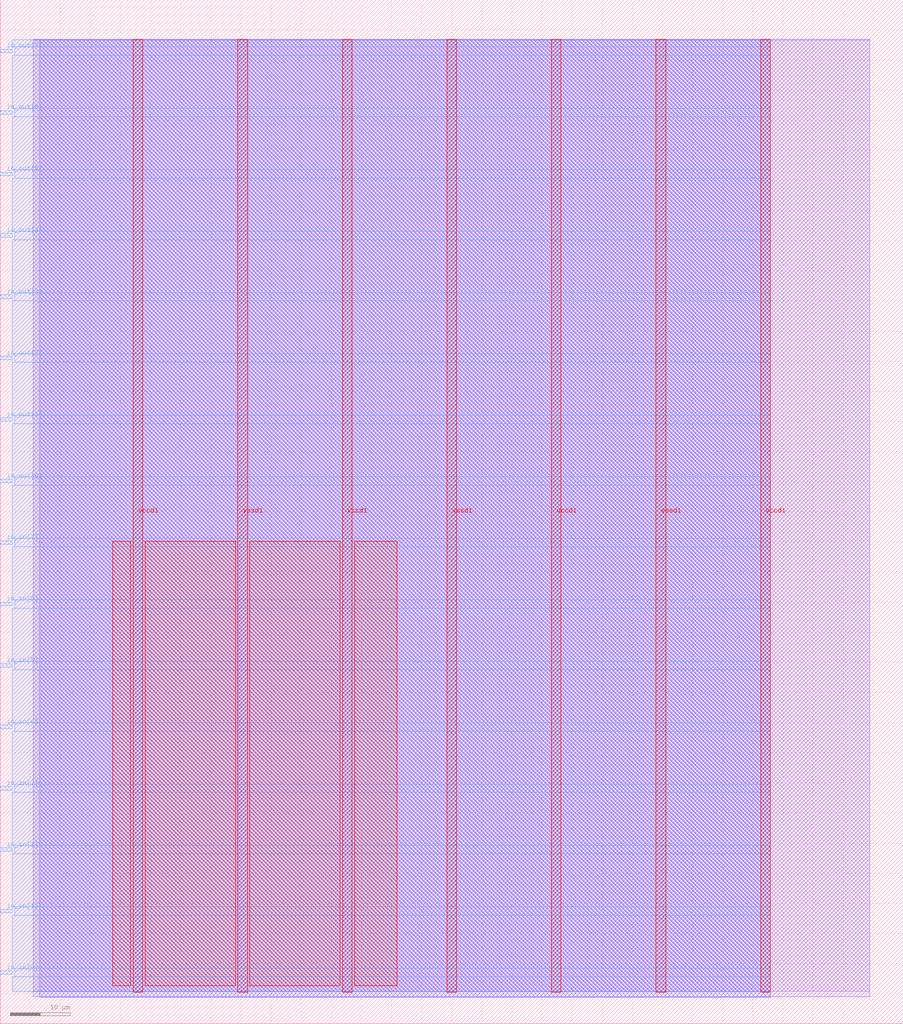
<source format=lef>
VERSION 5.7 ;
  NOWIREEXTENSIONATPIN ON ;
  DIVIDERCHAR "/" ;
  BUSBITCHARS "[]" ;
MACRO adamgreig_tt02_adc_dac
  CLASS BLOCK ;
  FOREIGN adamgreig_tt02_adc_dac ;
  ORIGIN 0.000 0.000 ;
  SIZE 150.000 BY 170.000 ;
  PIN io_in[0]
    DIRECTION INPUT ;
    USE SIGNAL ;
    PORT
      LAYER met3 ;
        RECT 0.000 8.200 2.000 8.800 ;
    END
  END io_in[0]
  PIN io_in[1]
    DIRECTION INPUT ;
    USE SIGNAL ;
    PORT
      LAYER met3 ;
        RECT 0.000 18.400 2.000 19.000 ;
    END
  END io_in[1]
  PIN io_in[2]
    DIRECTION INPUT ;
    USE SIGNAL ;
    PORT
      LAYER met3 ;
        RECT 0.000 28.600 2.000 29.200 ;
    END
  END io_in[2]
  PIN io_in[3]
    DIRECTION INPUT ;
    USE SIGNAL ;
    PORT
      LAYER met3 ;
        RECT 0.000 38.800 2.000 39.400 ;
    END
  END io_in[3]
  PIN io_in[4]
    DIRECTION INPUT ;
    USE SIGNAL ;
    PORT
      LAYER met3 ;
        RECT 0.000 49.000 2.000 49.600 ;
    END
  END io_in[4]
  PIN io_in[5]
    DIRECTION INPUT ;
    USE SIGNAL ;
    PORT
      LAYER met3 ;
        RECT 0.000 59.200 2.000 59.800 ;
    END
  END io_in[5]
  PIN io_in[6]
    DIRECTION INPUT ;
    USE SIGNAL ;
    PORT
      LAYER met3 ;
        RECT 0.000 69.400 2.000 70.000 ;
    END
  END io_in[6]
  PIN io_in[7]
    DIRECTION INPUT ;
    USE SIGNAL ;
    PORT
      LAYER met3 ;
        RECT 0.000 79.600 2.000 80.200 ;
    END
  END io_in[7]
  PIN io_out[0]
    DIRECTION OUTPUT TRISTATE ;
    USE SIGNAL ;
    PORT
      LAYER met3 ;
        RECT 0.000 89.800 2.000 90.400 ;
    END
  END io_out[0]
  PIN io_out[1]
    DIRECTION OUTPUT TRISTATE ;
    USE SIGNAL ;
    PORT
      LAYER met3 ;
        RECT 0.000 100.000 2.000 100.600 ;
    END
  END io_out[1]
  PIN io_out[2]
    DIRECTION OUTPUT TRISTATE ;
    USE SIGNAL ;
    PORT
      LAYER met3 ;
        RECT 0.000 110.200 2.000 110.800 ;
    END
  END io_out[2]
  PIN io_out[3]
    DIRECTION OUTPUT TRISTATE ;
    USE SIGNAL ;
    PORT
      LAYER met3 ;
        RECT 0.000 120.400 2.000 121.000 ;
    END
  END io_out[3]
  PIN io_out[4]
    DIRECTION OUTPUT TRISTATE ;
    USE SIGNAL ;
    PORT
      LAYER met3 ;
        RECT 0.000 130.600 2.000 131.200 ;
    END
  END io_out[4]
  PIN io_out[5]
    DIRECTION OUTPUT TRISTATE ;
    USE SIGNAL ;
    PORT
      LAYER met3 ;
        RECT 0.000 140.800 2.000 141.400 ;
    END
  END io_out[5]
  PIN io_out[6]
    DIRECTION OUTPUT TRISTATE ;
    USE SIGNAL ;
    PORT
      LAYER met3 ;
        RECT 0.000 151.000 2.000 151.600 ;
    END
  END io_out[6]
  PIN io_out[7]
    DIRECTION OUTPUT TRISTATE ;
    USE SIGNAL ;
    PORT
      LAYER met3 ;
        RECT 0.000 161.200 2.000 161.800 ;
    END
  END io_out[7]
  PIN vccd1
    DIRECTION INOUT ;
    USE POWER ;
    PORT
      LAYER met4 ;
        RECT 22.090 5.200 23.690 163.440 ;
    END
    PORT
      LAYER met4 ;
        RECT 56.830 5.200 58.430 163.440 ;
    END
    PORT
      LAYER met4 ;
        RECT 91.570 5.200 93.170 163.440 ;
    END
    PORT
      LAYER met4 ;
        RECT 126.310 5.200 127.910 163.440 ;
    END
  END vccd1
  PIN vssd1
    DIRECTION INOUT ;
    USE GROUND ;
    PORT
      LAYER met4 ;
        RECT 39.460 5.200 41.060 163.440 ;
    END
    PORT
      LAYER met4 ;
        RECT 74.200 5.200 75.800 163.440 ;
    END
    PORT
      LAYER met4 ;
        RECT 108.940 5.200 110.540 163.440 ;
    END
  END vssd1
  OBS
      LAYER li1 ;
        RECT 5.520 5.355 144.440 163.285 ;
      LAYER met1 ;
        RECT 5.520 4.460 144.440 163.440 ;
      LAYER met2 ;
        RECT 6.540 4.430 127.880 163.385 ;
      LAYER met3 ;
        RECT 2.000 162.200 127.900 163.365 ;
        RECT 2.400 160.800 127.900 162.200 ;
        RECT 2.000 152.000 127.900 160.800 ;
        RECT 2.400 150.600 127.900 152.000 ;
        RECT 2.000 141.800 127.900 150.600 ;
        RECT 2.400 140.400 127.900 141.800 ;
        RECT 2.000 131.600 127.900 140.400 ;
        RECT 2.400 130.200 127.900 131.600 ;
        RECT 2.000 121.400 127.900 130.200 ;
        RECT 2.400 120.000 127.900 121.400 ;
        RECT 2.000 111.200 127.900 120.000 ;
        RECT 2.400 109.800 127.900 111.200 ;
        RECT 2.000 101.000 127.900 109.800 ;
        RECT 2.400 99.600 127.900 101.000 ;
        RECT 2.000 90.800 127.900 99.600 ;
        RECT 2.400 89.400 127.900 90.800 ;
        RECT 2.000 80.600 127.900 89.400 ;
        RECT 2.400 79.200 127.900 80.600 ;
        RECT 2.000 70.400 127.900 79.200 ;
        RECT 2.400 69.000 127.900 70.400 ;
        RECT 2.000 60.200 127.900 69.000 ;
        RECT 2.400 58.800 127.900 60.200 ;
        RECT 2.000 50.000 127.900 58.800 ;
        RECT 2.400 48.600 127.900 50.000 ;
        RECT 2.000 39.800 127.900 48.600 ;
        RECT 2.400 38.400 127.900 39.800 ;
        RECT 2.000 29.600 127.900 38.400 ;
        RECT 2.400 28.200 127.900 29.600 ;
        RECT 2.000 19.400 127.900 28.200 ;
        RECT 2.400 18.000 127.900 19.400 ;
        RECT 2.000 9.200 127.900 18.000 ;
        RECT 2.400 7.800 127.900 9.200 ;
        RECT 2.000 5.275 127.900 7.800 ;
      LAYER met4 ;
        RECT 18.695 6.295 21.690 80.065 ;
        RECT 24.090 6.295 39.060 80.065 ;
        RECT 41.460 6.295 56.430 80.065 ;
        RECT 58.830 6.295 65.945 80.065 ;
  END
END adamgreig_tt02_adc_dac
END LIBRARY


</source>
